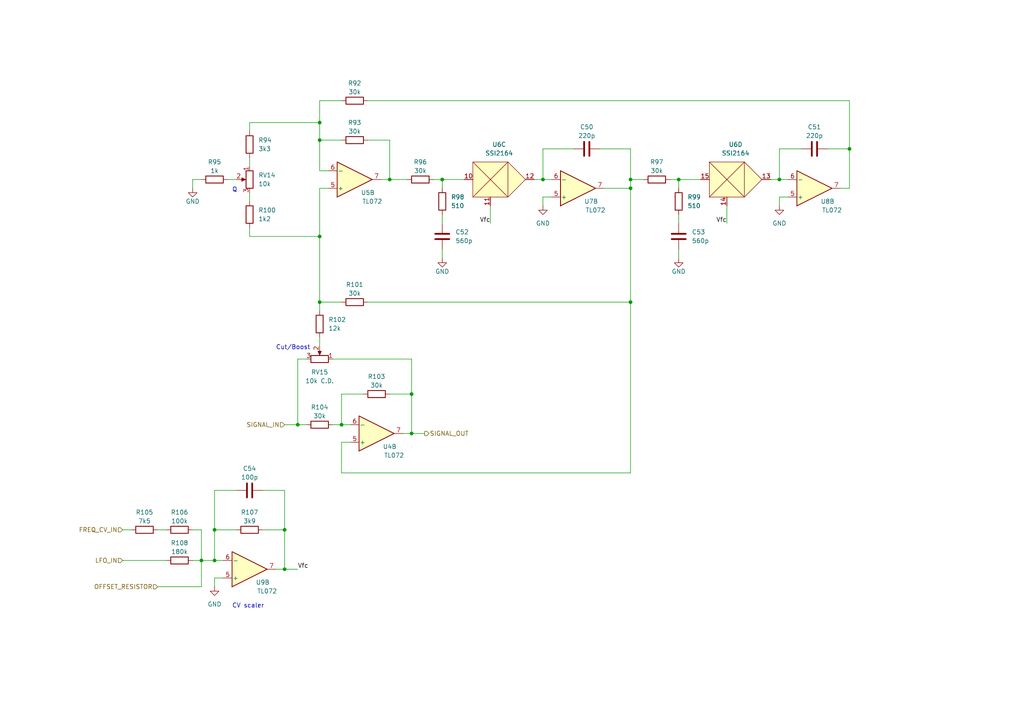
<source format=kicad_sch>
(kicad_sch (version 20211123) (generator eeschema)
  (paper "A4")
  (title_block (title "Wiggly EQ") (date "2022-08-01") (rev "0") (comment 2 "creativecommons.org/licenses/by/4.0") (comment 3 "License: CC by 4.0") (comment 4 "Author: Jordan Aceto"))
  (lib_symbols
    (symbol "Amplifier_Operational:TL072" (pin_names (offset 0.127))
      (property "Reference" "U" (at 0 5.08 0))
      (property "Value" "TL072" (at 0 -5.08 0))
      (symbol "TL072_1_1"
        (polyline (pts (xy -5.08 5.08) (xy 5.08 0) (xy -5.08 -5.08) (xy -5.08 5.08)) (stroke (width 0.254)) (fill (type background)))
        (pin output line (at 7.62 0 180) (length 2.54) (name "~") (number "1"))
        (pin input line (at -7.62 -2.54 0) (length 2.54) (name "-") (number "2"))
        (pin input line (at -7.62 2.54 0) (length 2.54) (name "+") (number "3"))
      )
      (symbol "TL072_2_1"
        (polyline (pts (xy -5.08 5.08) (xy 5.08 0) (xy -5.08 -5.08) (xy -5.08 5.08)) (stroke (width 0.254)) (fill (type background)))
        (pin input line (at -7.62 2.54 0) (length 2.54) (name "+") (number "5"))
        (pin input line (at -7.62 -2.54 0) (length 2.54) (name "-") (number "6"))
        (pin output line (at 7.62 0 180) (length 2.54) (name "~") (number "7"))
      )
      (symbol "TL072_3_1"
        (pin power_in line (at -2.54 -7.62 90) (length 3.81) (name "V-") (number "4"))
        (pin power_in line (at -2.54 7.62 270) (length 3.81) (name "V+") (number "8"))
      )
    )
    (symbol "Device:C" (pin_numbers hide) (pin_names (offset 0.254))
      (property "Reference" "C" (at 0.635 2.54 0))
      (property "Value" "C" (at 0.635 -2.54 0))
      (symbol "C_0_1"
        (polyline (pts (xy -2.032 -0.762) (xy 2.032 -0.762)) (stroke (width 0.508)))
        (polyline (pts (xy -2.032 0.762) (xy 2.032 0.762)) (stroke (width 0.508)))
      )
      (symbol "C_1_1"
        (pin passive line (at 0 3.81 270) (length 2.794) (name "~") (number "1"))
        (pin passive line (at 0 -3.81 90) (length 2.794) (name "~") (number "2"))
      )
    )
    (symbol "Device:R" (pin_numbers hide) (pin_names (offset 0))
      (property "Reference" "R" (at 2.032 0 90))
      (property "Value" "R" (at 0 0 90))
      (symbol "R_0_1"
        (rectangle (start -1.016 -2.54) (end 1.016 2.54) (stroke (width 0.254)))
      )
      (symbol "R_1_1"
        (pin passive line (at 0 3.81 270) (length 1.27) (name "~") (number "1"))
        (pin passive line (at 0 -3.81 90) (length 1.27) (name "~") (number "2"))
      )
    )
    (symbol "Device:R_Potentiometer" (pin_names (offset 1.016) hide)
      (property "Reference" "RV" (at -4.445 0 90))
      (property "Value" "R_Potentiometer" (at -2.54 0 90))
      (symbol "R_Potentiometer_0_1"
        (polyline (pts (xy 2.54 0) (xy 1.524 0)))
        (polyline (pts (xy 1.143 0) (xy 2.286 0.508) (xy 2.286 -0.508) (xy 1.143 0)) (fill (type outline)))
        (rectangle (start 1.016 2.54) (end -1.016 -2.54) (stroke (width 0.254)))
      )
      (symbol "R_Potentiometer_1_1"
        (pin passive line (at 0 3.81 270) (length 1.27) (name "1") (number "1"))
        (pin passive line (at 3.81 0 180) (length 1.27) (name "2") (number "2"))
        (pin passive line (at 0 -3.81 90) (length 1.27) (name "3") (number "3"))
      )
    )
    (symbol "custom_components:SSI2164" (pin_names (offset 1.016))
      (property "Reference" "U6" (at 0 10.16 0))
      (property "Value" "SSI2164" (at 0 7.62 0))
      (symbol "SSI2164_1_1"
        (rectangle (start -5.08 5.08) (end 5.08 -5.08) (fill (type background)))
        (polyline (pts (xy 5.08 5.08) (xy -5.08 -5.08)))
        (polyline (pts (xy 5.08 5.08) (xy 10.16 0) (xy 5.08 -5.08) (xy -5.08 5.08)) (fill (type background)))
        (pin input line (at -7.62 0 0) (length 2.54) (name "~") (number "2"))
        (pin input line (at 0 -7.62 90) (length 2.54) (name "~") (number "3"))
        (pin output line (at 12.7 0 180) (length 2.54) (name "~") (number "4"))
      )
      (symbol "SSI2164_2_1"
        (rectangle (start -5.08 5.08) (end 5.08 -5.08) (fill (type background)))
        (polyline (pts (xy 5.08 5.08) (xy -5.08 -5.08)))
        (polyline (pts (xy 5.08 5.08) (xy 10.16 0) (xy 5.08 -5.08) (xy -5.08 5.08)) (fill (type background)))
        (pin output line (at 12.7 0 180) (length 2.54) (name "~") (number "5"))
        (pin input line (at 0 -7.62 90) (length 2.54) (name "~") (number "6"))
        (pin input line (at -7.62 0 0) (length 2.54) (name "~") (number "7"))
      )
      (symbol "SSI2164_3_1"
        (rectangle (start -5.08 5.08) (end 5.08 -5.08) (fill (type background)))
        (polyline (pts (xy 5.08 5.08) (xy -5.08 -5.08)))
        (polyline (pts (xy 5.08 5.08) (xy 10.16 0) (xy 5.08 -5.08) (xy -5.08 5.08)) (fill (type background)))
        (pin input line (at -7.62 0 0) (length 2.54) (name "~") (number "10"))
        (pin input line (at 0 -7.62 90) (length 2.54) (name "~") (number "11"))
        (pin output line (at 12.7 0 180) (length 2.54) (name "~") (number "12"))
      )
      (symbol "SSI2164_4_1"
        (rectangle (start -5.08 5.08) (end 5.08 -5.08) (fill (type background)))
        (polyline (pts (xy 5.08 5.08) (xy -5.08 -5.08)))
        (polyline (pts (xy 5.08 5.08) (xy 10.16 0) (xy 5.08 -5.08) (xy -5.08 5.08)) (fill (type background)))
        (pin output line (at 12.7 0 180) (length 2.54) (name "~") (number "13"))
        (pin input line (at 0 -7.62 90) (length 2.54) (name "~") (number "14"))
        (pin input line (at -7.62 0 0) (length 2.54) (name "~") (number "15"))
      )
      (symbol "SSI2164_5_1"
        (pin input line (at 2.54 -10.16 180) (length 2.54) (name "mode") (number "1"))
        (pin power_in line (at 2.54 5.08 180) (length 2.54) (name "V+") (number "16"))
        (pin power_in line (at 2.54 0 180) (length 2.54) (name "gnd") (number "8"))
        (pin power_in line (at 2.54 -5.08 180) (length 2.54) (name "V-") (number "9"))
      )
    )
    (symbol "power:GND" (power) (pin_names (offset 0))
      (property "Value" "GND" (at 0 -3.81 0))
      (symbol "GND_0_1"
        (polyline (pts (xy 0 0) (xy 0 -1.27) (xy 1.27 -1.27) (xy 0 -2.54) (xy -1.27 -1.27) (xy 0 -1.27)))
      )
      (symbol "GND_1_1"
        (pin power_in line (at 0 0 270) (length 0) hide (name "GND") (number "1"))
      )
    )
  )
  (junction (at 113.03 52.07))
  (junction (at 82.55 153.67))
  (junction (at 128.27 52.07))
  (junction (at 182.88 52.07))
  (junction (at 82.55 165.1))
  (junction (at 62.23 162.56))
  (junction (at 86.36 123.19))
  (junction (at 182.88 87.63))
  (junction (at 92.71 40.64))
  (junction (at 92.71 87.63))
  (junction (at 92.71 68.58))
  (junction (at 99.06 123.19))
  (junction (at 119.38 125.73))
  (junction (at 246.38 43.18))
  (junction (at 62.23 153.67))
  (junction (at 119.38 114.3))
  (junction (at 182.88 54.61))
  (junction (at 196.85 52.07))
  (junction (at 157.48 52.07))
  (junction (at 58.42 162.56))
  (junction (at 92.71 35.56))
  (junction (at 226.06 52.07))
  (wire (pts (xy 45.72 170.18) (xy 58.42 170.18)))
  (wire (pts (xy 196.85 62.23) (xy 196.85 64.77)))
  (wire (pts (xy 99.06 128.27) (xy 101.6 128.27)))
  (wire (pts (xy 82.55 165.1) (xy 86.36 165.1)))
  (wire (pts (xy 173.99 43.18) (xy 182.88 43.18)))
  (wire (pts (xy 119.38 114.3) (xy 119.38 125.73)))
  (wire (pts (xy 182.88 54.61) (xy 182.88 52.07)))
  (wire (pts (xy 226.06 43.18) (xy 232.41 43.18)))
  (wire (pts (xy 119.38 114.3) (xy 119.38 104.14)))
  (wire (pts (xy 72.39 55.88) (xy 72.39 58.42)))
  (wire (pts (xy 92.71 87.63) (xy 92.71 68.58)))
  (wire (pts (xy 157.48 43.18) (xy 166.37 43.18)))
  (wire (pts (xy 92.71 49.53) (xy 92.71 40.64)))
  (wire (pts (xy 113.03 52.07) (xy 118.11 52.07)))
  (wire (pts (xy 119.38 125.73) (xy 123.19 125.73)))
  (wire (pts (xy 92.71 29.21) (xy 92.71 35.56)))
  (wire (pts (xy 82.55 123.19) (xy 86.36 123.19)))
  (wire (pts (xy 246.38 43.18) (xy 246.38 29.21)))
  (wire (pts (xy 72.39 38.1) (xy 72.39 35.56)))
  (wire (pts (xy 62.23 162.56) (xy 64.77 162.56)))
  (wire (pts (xy 228.6 52.07) (xy 226.06 52.07)))
  (wire (pts (xy 128.27 52.07) (xy 134.62 52.07)))
  (wire (pts (xy 128.27 54.61) (xy 128.27 52.07)))
  (wire (pts (xy 128.27 62.23) (xy 128.27 64.77)))
  (wire (pts (xy 223.52 52.07) (xy 226.06 52.07)))
  (wire (pts (xy 92.71 49.53) (xy 95.25 49.53)))
  (wire (pts (xy 76.2 142.24) (xy 82.55 142.24)))
  (wire (pts (xy 113.03 40.64) (xy 106.68 40.64)))
  (wire (pts (xy 160.02 52.07) (xy 157.48 52.07)))
  (wire (pts (xy 116.84 125.73) (xy 119.38 125.73)))
  (wire (pts (xy 66.04 52.07) (xy 68.58 52.07)))
  (wire (pts (xy 119.38 114.3) (xy 113.03 114.3)))
  (wire (pts (xy 55.88 153.67) (xy 58.42 153.67)))
  (wire (pts (xy 196.85 72.39) (xy 196.85 74.93)))
  (wire (pts (xy 62.23 162.56) (xy 62.23 153.67)))
  (wire (pts (xy 154.94 52.07) (xy 157.48 52.07)))
  (wire (pts (xy 55.88 52.07) (xy 58.42 52.07)))
  (wire (pts (xy 196.85 52.07) (xy 203.2 52.07)))
  (wire (pts (xy 99.06 114.3) (xy 105.41 114.3)))
  (wire (pts (xy 226.06 59.69) (xy 226.06 57.15)))
  (wire (pts (xy 82.55 142.24) (xy 82.55 153.67)))
  (wire (pts (xy 128.27 52.07) (xy 125.73 52.07)))
  (wire (pts (xy 157.48 59.69) (xy 157.48 57.15)))
  (wire (pts (xy 62.23 142.24) (xy 62.23 153.67)))
  (wire (pts (xy 99.06 123.19) (xy 99.06 114.3)))
  (wire (pts (xy 58.42 162.56) (xy 58.42 170.18)))
  (wire (pts (xy 45.72 153.67) (xy 48.26 153.67)))
  (wire (pts (xy 82.55 153.67) (xy 82.55 165.1)))
  (wire (pts (xy 240.03 43.18) (xy 246.38 43.18)))
  (wire (pts (xy 110.49 52.07) (xy 113.03 52.07)))
  (wire (pts (xy 72.39 66.04) (xy 72.39 68.58)))
  (wire (pts (xy 62.23 170.18) (xy 62.23 167.64)))
  (wire (pts (xy 196.85 52.07) (xy 194.31 52.07)))
  (wire (pts (xy 55.88 162.56) (xy 58.42 162.56)))
  (wire (pts (xy 92.71 68.58) (xy 92.71 54.61)))
  (wire (pts (xy 196.85 54.61) (xy 196.85 52.07)))
  (wire (pts (xy 92.71 87.63) (xy 92.71 90.17)))
  (wire (pts (xy 92.71 29.21) (xy 99.06 29.21)))
  (wire (pts (xy 142.24 59.69) (xy 142.24 64.77)))
  (wire (pts (xy 92.71 40.64) (xy 99.06 40.64)))
  (wire (pts (xy 92.71 35.56) (xy 92.71 40.64)))
  (wire (pts (xy 113.03 40.64) (xy 113.03 52.07)))
  (wire (pts (xy 92.71 97.79) (xy 92.71 100.33)))
  (wire (pts (xy 88.9 104.14) (xy 86.36 104.14)))
  (wire (pts (xy 55.88 52.07) (xy 55.88 54.61)))
  (wire (pts (xy 182.88 137.16) (xy 182.88 87.63)))
  (wire (pts (xy 246.38 43.18) (xy 246.38 54.61)))
  (wire (pts (xy 119.38 104.14) (xy 96.52 104.14)))
  (wire (pts (xy 226.06 57.15) (xy 228.6 57.15)))
  (wire (pts (xy 86.36 104.14) (xy 86.36 123.19)))
  (wire (pts (xy 128.27 72.39) (xy 128.27 74.93)))
  (wire (pts (xy 182.88 87.63) (xy 182.88 54.61)))
  (wire (pts (xy 96.52 123.19) (xy 99.06 123.19)))
  (wire (pts (xy 86.36 123.19) (xy 88.9 123.19)))
  (wire (pts (xy 35.56 153.67) (xy 38.1 153.67)))
  (wire (pts (xy 99.06 137.16) (xy 99.06 128.27)))
  (wire (pts (xy 157.48 57.15) (xy 160.02 57.15)))
  (wire (pts (xy 210.82 59.69) (xy 210.82 64.77)))
  (wire (pts (xy 106.68 29.21) (xy 246.38 29.21)))
  (wire (pts (xy 99.06 123.19) (xy 101.6 123.19)))
  (wire (pts (xy 62.23 167.64) (xy 64.77 167.64)))
  (wire (pts (xy 175.26 54.61) (xy 182.88 54.61)))
  (wire (pts (xy 80.01 165.1) (xy 82.55 165.1)))
  (wire (pts (xy 92.71 54.61) (xy 95.25 54.61)))
  (wire (pts (xy 62.23 153.67) (xy 68.58 153.67)))
  (wire (pts (xy 58.42 153.67) (xy 58.42 162.56)))
  (wire (pts (xy 72.39 68.58) (xy 92.71 68.58)))
  (wire (pts (xy 99.06 137.16) (xy 182.88 137.16)))
  (wire (pts (xy 182.88 52.07) (xy 186.69 52.07)))
  (wire (pts (xy 182.88 43.18) (xy 182.88 52.07)))
  (wire (pts (xy 72.39 45.72) (xy 72.39 48.26)))
  (wire (pts (xy 99.06 87.63) (xy 92.71 87.63)))
  (wire (pts (xy 72.39 35.56) (xy 92.71 35.56)))
  (wire (pts (xy 82.55 153.67) (xy 76.2 153.67)))
  (wire (pts (xy 226.06 52.07) (xy 226.06 43.18)))
  (wire (pts (xy 243.84 54.61) (xy 246.38 54.61)))
  (wire (pts (xy 68.58 142.24) (xy 62.23 142.24)))
  (wire (pts (xy 58.42 162.56) (xy 62.23 162.56)))
  (wire (pts (xy 157.48 52.07) (xy 157.48 43.18)))
  (wire (pts (xy 106.68 87.63) (xy 182.88 87.63)))
  (wire (pts (xy 35.56 162.56) (xy 48.26 162.56)))
  (text "Cut/Boost" (at 80.01 101.6 0) (effects (font (size 1.27 1.27)) (justify left bottom)))
  (text "CV scaler" (at 67.31 176.53 0) (effects (font (size 1.27 1.27)) (justify left bottom)))
  (text "Q" (at 67.31 55.88 0) (effects (font (size 1.27 1.27)) (justify left bottom)))
  (label "Vfc" (at 142.24 64.77 180))
  (label "Vfc" (at 86.36 165.1 0))
  (label "Vfc" (at 210.82 64.77 180))
  (hierarchical_label "SIGNAL_IN" (shape input) (at 82.55 123.19 180))
  (hierarchical_label "OFFSET_RESISTOR" (shape input) (at 45.72 170.18 180))
  (hierarchical_label "LFO_IN" (shape input) (at 35.56 162.56 180))
  (hierarchical_label "SIGNAL_OUT" (shape output) (at 123.19 125.73 0))
  (hierarchical_label "FREQ_CV_IN" (shape input) (at 35.56 153.67 180))
  (symbol (lib_id "Device:R") (at 109.22 114.3 90) (unit 1)
    (property "Reference" "R103" (at 109.22 109.22 90))
    (property "Value" "30k" (at 109.22 111.76 90))
  )
  (symbol (lib_id "Device:R") (at 62.23 52.07 90) (unit 1)
    (property "Reference" "R95" (at 62.23 46.99 90))
    (property "Value" "1k" (at 62.23 49.53 90))
  )
  (symbol (lib_id "Device:R") (at 92.71 93.98 0) (unit 1)
    (property "Reference" "R102" (at 95.25 92.7099 0) (effects (justify left)))
    (property "Value" "12k" (at 95.25 95.2499 0) (effects (justify left)))
  )
  (symbol (lib_id "Device:C") (at 196.85 68.58 0) (unit 1)
    (property "Reference" "C53" (at 200.66 67.3099 0) (effects (justify left)))
    (property "Value" "560p" (at 200.66 69.8499 0) (effects (justify left)))
  )
  (symbol (lib_id "Amplifier_Operational:TL072") (at 102.87 52.07 0) (mirror x) (unit 2)
    (property "Reference" "U5" (at 106.68 55.88 0))
    (property "Value" "TL072" (at 107.95 58.42 0))
    (property "Footprint" "Package_DIP:DIP-8_W7.62mm" (effects hide))
    (property "Datasheet" "http://www.ti.com/lit/ds/symlink/tl071.pdf" (effects hide))
  )
  (symbol (lib_id "power:GND") (at 157.48 59.69 0) (unit 1)
    (property "Reference" "#PWR087" (effects hide))
    (property "Value" "GND" (at 157.48 64.77 0))
  )
  (symbol (lib_id "Device:C") (at 170.18 43.18 90) (unit 1)
    (property "Reference" "C50" (at 170.18 36.83 90))
    (property "Value" "220p" (at 170.18 39.37 90))
  )
  (symbol (lib_id "Device:R") (at 102.87 40.64 90) (unit 1)
    (property "Reference" "R93" (at 102.87 35.56 90))
    (property "Value" "30k" (at 102.87 38.1 90))
  )
  (symbol (lib_id "Device:R") (at 92.71 123.19 90) (unit 1)
    (property "Reference" "R104" (at 92.71 118.11 90))
    (property "Value" "30k" (at 92.71 120.65 90))
  )
  (symbol (lib_id "Device:R") (at 128.27 58.42 0) (unit 1)
    (property "Reference" "R98" (at 130.81 57.1499 0) (effects (justify left)))
    (property "Value" "510" (at 130.81 59.6899 0) (effects (justify left)))
  )
  (symbol (lib_id "Amplifier_Operational:TL072") (at 236.22 54.61 0) (mirror x) (unit 2)
    (property "Reference" "U8" (at 240.03 58.42 0))
    (property "Value" "TL072" (at 241.3 60.96 0))
    (property "Footprint" "Package_DIP:DIP-8_W7.62mm" (effects hide))
    (property "Datasheet" "http://www.ti.com/lit/ds/symlink/tl071.pdf" (effects hide))
  )
  (symbol (lib_id "Device:R") (at 102.87 29.21 90) (unit 1)
    (property "Reference" "R92" (at 102.87 24.13 90))
    (property "Value" "30k" (at 102.87 26.67 90))
  )
  (symbol (lib_id "Device:R") (at 52.07 153.67 90) (unit 1)
    (property "Reference" "R106" (at 52.07 148.59 90))
    (property "Value" "100k" (at 52.07 151.13 90))
  )
  (symbol (lib_id "Device:R") (at 121.92 52.07 90) (unit 1)
    (property "Reference" "R96" (at 121.92 46.99 90))
    (property "Value" "30k" (at 121.92 49.53 90))
  )
  (symbol (lib_id "Device:R") (at 72.39 153.67 90) (unit 1)
    (property "Reference" "R107" (at 72.39 148.59 90))
    (property "Value" "3k9" (at 72.39 151.13 90))
  )
  (symbol (lib_id "power:GND") (at 196.85 74.93 0) (unit 1)
    (property "Reference" "#PWR090" (effects hide))
    (property "Value" "GND" (at 196.85 78.74 0))
  )
  (symbol (lib_id "power:GND") (at 128.27 74.93 0) (unit 1)
    (property "Reference" "#PWR089" (effects hide))
    (property "Value" "GND" (at 128.27 78.74 0))
  )
  (symbol (lib_id "Device:R") (at 41.91 153.67 90) (unit 1)
    (property "Reference" "R105" (at 41.91 148.59 90))
    (property "Value" "7k5" (at 41.91 151.13 90))
  )
  (symbol (lib_id "power:GND") (at 62.23 170.18 0) (unit 1)
    (property "Reference" "#PWR091" (effects hide))
    (property "Value" "GND" (at 62.23 175.26 0))
  )
  (symbol (lib_id "Amplifier_Operational:TL072") (at 109.22 125.73 0) (mirror x) (unit 2)
    (property "Reference" "U4" (at 113.03 129.54 0))
    (property "Value" "TL072" (at 114.3 132.08 0))
    (property "Footprint" "Package_DIP:DIP-8_W7.62mm" (effects hide))
    (property "Datasheet" "http://www.ti.com/lit/ds/symlink/tl071.pdf" (effects hide))
  )
  (symbol (lib_id "Device:C") (at 236.22 43.18 90) (unit 1)
    (property "Reference" "C51" (at 236.22 36.83 90))
    (property "Value" "220p" (at 236.22 39.37 90))
  )
  (symbol (lib_id "Device:R") (at 190.5 52.07 90) (unit 1)
    (property "Reference" "R97" (at 190.5 46.99 90))
    (property "Value" "30k" (at 190.5 49.53 90))
  )
  (symbol (lib_id "Amplifier_Operational:TL072") (at 72.39 165.1 0) (mirror x) (unit 2)
    (property "Reference" "U9" (at 76.2 168.91 0))
    (property "Value" "TL072" (at 77.47 171.45 0))
    (property "Footprint" "Package_DIP:DIP-8_W7.62mm" (effects hide))
    (property "Datasheet" "http://www.ti.com/lit/ds/symlink/tl071.pdf" (effects hide))
  )
  (symbol (lib_id "power:GND") (at 55.88 54.61 0) (unit 1)
    (property "Reference" "#PWR086" (effects hide))
    (property "Value" "GND" (at 55.88 58.42 0))
  )
  (symbol (lib_id "power:GND") (at 226.06 59.69 0) (unit 1)
    (property "Reference" "#PWR088" (effects hide))
    (property "Value" "GND" (at 226.06 64.77 0))
  )
  (symbol (lib_id "Device:C") (at 128.27 68.58 0) (unit 1)
    (property "Reference" "C52" (at 132.08 67.3099 0) (effects (justify left)))
    (property "Value" "560p" (at 132.08 69.8499 0) (effects (justify left)))
  )
  (symbol (lib_id "Amplifier_Operational:TL072") (at 167.64 54.61 0) (mirror x) (unit 2)
    (property "Reference" "U7" (at 171.45 58.42 0))
    (property "Value" "TL072" (at 172.72 60.96 0))
    (property "Footprint" "Package_DIP:DIP-8_W7.62mm" (effects hide))
    (property "Datasheet" "http://www.ti.com/lit/ds/symlink/tl071.pdf" (effects hide))
  )
  (symbol (lib_id "Device:R") (at 196.85 58.42 0) (unit 1)
    (property "Reference" "R99" (at 199.39 57.1499 0) (effects (justify left)))
    (property "Value" "510" (at 199.39 59.6899 0) (effects (justify left)))
  )
  (symbol (lib_id "Device:R_Potentiometer") (at 72.39 52.07 0) (mirror y) (unit 1)
    (property "Reference" "RV14" (at 74.93 50.7999 0) (effects (justify right)))
    (property "Value" "10k" (at 74.93 53.3399 0) (effects (justify right)))
  )
  (symbol (lib_id "Device:R") (at 72.39 62.23 0) (unit 1)
    (property "Reference" "R100" (at 74.93 60.9599 0) (effects (justify left)))
    (property "Value" "1k2" (at 74.93 63.4999 0) (effects (justify left)))
  )
  (symbol (lib_id "Device:R") (at 52.07 162.56 90) (unit 1)
    (property "Reference" "R108" (at 52.07 157.48 90))
    (property "Value" "180k" (at 52.07 160.02 90))
  )
  (symbol (lib_id "Device:R") (at 102.87 87.63 90) (unit 1)
    (property "Reference" "R101" (at 102.87 82.55 90))
    (property "Value" "30k" (at 102.87 85.09 90))
  )
  (symbol (lib_id "custom_components:SSI2164") (at 142.24 52.07 0) (unit 3)
    (property "Reference" "U6" (at 144.78 41.91 0))
    (property "Value" "SSI2164" (at 144.78 44.45 0))
    (property "Footprint" "Package_DIP:DIP-16_W7.62mm" (effects hide))
    (property "Datasheet" "https://www.soundsemiconductor.com/downloads/ssi2164datasheet.pdf" (effects hide))
  )
  (symbol (lib_id "Device:R") (at 72.39 41.91 0) (unit 1)
    (property "Reference" "R94" (at 74.93 40.6399 0) (effects (justify left)))
    (property "Value" "3k3" (at 74.93 43.1799 0) (effects (justify left)))
  )
  (symbol (lib_id "Device:C") (at 72.39 142.24 90) (unit 1)
    (property "Reference" "C54" (at 72.39 135.89 90))
    (property "Value" "100p" (at 72.39 138.43 90))
  )
  (symbol (lib_id "custom_components:SSI2164") (at 210.82 52.07 0) (unit 4)
    (property "Reference" "U6" (at 213.36 41.91 0))
    (property "Value" "SSI2164" (at 213.36 44.45 0))
    (property "Footprint" "Package_DIP:DIP-16_W7.62mm" (effects hide))
    (property "Datasheet" "https://www.soundsemiconductor.com/downloads/ssi2164datasheet.pdf" (effects hide))
  )
  (symbol (lib_id "Device:R_Potentiometer") (at 92.71 104.14 270) (mirror x) (unit 1)
    (property "Reference" "RV15" (at 92.71 107.95 90))
    (property "Value" "10k C.D." (at 92.71 110.49 90))
  )
)
</source>
